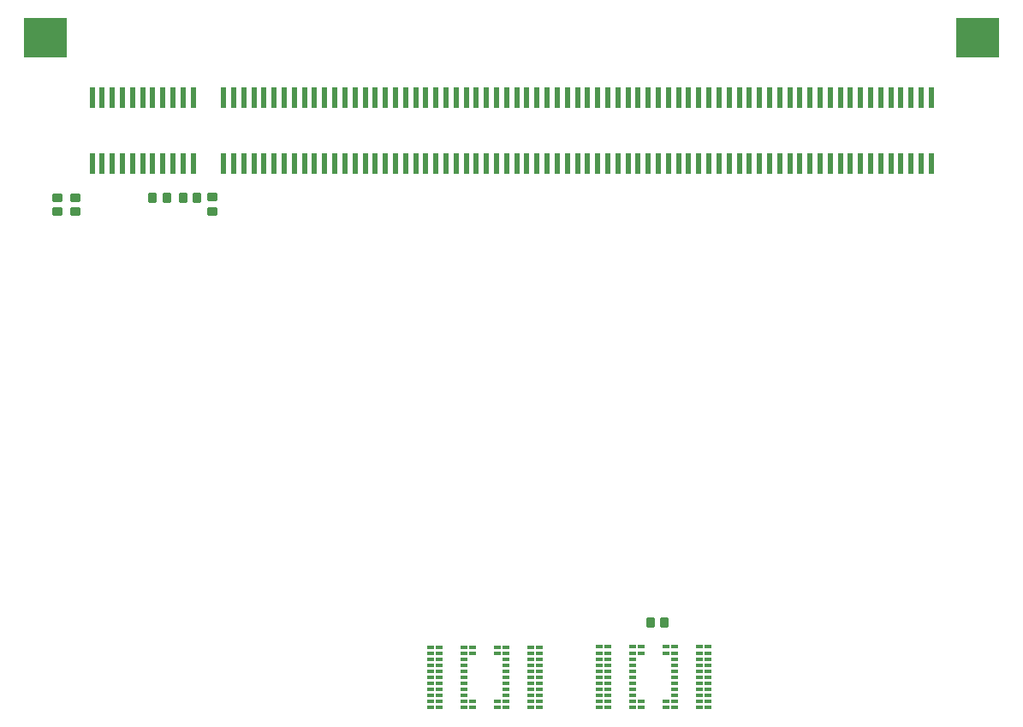
<source format=gbr>
%TF.GenerationSoftware,KiCad,Pcbnew,8.0.8*%
%TF.CreationDate,2025-08-06T16:05:48-04:00*%
%TF.ProjectId,pcie,70636965-2e6b-4696-9361-645f70636258,rev?*%
%TF.SameCoordinates,Original*%
%TF.FileFunction,Paste,Top*%
%TF.FilePolarity,Positive*%
%FSLAX46Y46*%
G04 Gerber Fmt 4.6, Leading zero omitted, Abs format (unit mm)*
G04 Created by KiCad (PCBNEW 8.0.8) date 2025-08-06 16:05:48*
%MOMM*%
%LPD*%
G01*
G04 APERTURE LIST*
G04 Aperture macros list*
%AMRoundRect*
0 Rectangle with rounded corners*
0 $1 Rounding radius*
0 $2 $3 $4 $5 $6 $7 $8 $9 X,Y pos of 4 corners*
0 Add a 4 corners polygon primitive as box body*
4,1,4,$2,$3,$4,$5,$6,$7,$8,$9,$2,$3,0*
0 Add four circle primitives for the rounded corners*
1,1,$1+$1,$2,$3*
1,1,$1+$1,$4,$5*
1,1,$1+$1,$6,$7*
1,1,$1+$1,$8,$9*
0 Add four rect primitives between the rounded corners*
20,1,$1+$1,$2,$3,$4,$5,0*
20,1,$1+$1,$4,$5,$6,$7,0*
20,1,$1+$1,$6,$7,$8,$9,0*
20,1,$1+$1,$8,$9,$2,$3,0*%
G04 Aperture macros list end*
%ADD10R,0.550000X2.000000*%
%ADD11R,4.200000X4.000000*%
%ADD12RoundRect,0.200000X-0.350000X0.200000X-0.350000X-0.200000X0.350000X-0.200000X0.350000X0.200000X0*%
%ADD13RoundRect,0.200000X-0.200000X-0.350000X0.200000X-0.350000X0.200000X0.350000X-0.200000X0.350000X0*%
%ADD14R,0.700000X0.400000*%
G04 APERTURE END LIST*
D10*
%TO.C,J2*%
X143800000Y-35600000D03*
X144800000Y-35600000D03*
X145800000Y-35600000D03*
X146800000Y-35600000D03*
X147800000Y-35600000D03*
X148800000Y-35600000D03*
X149800000Y-35600000D03*
X150800000Y-35600000D03*
X151800000Y-35600000D03*
X152800000Y-35600000D03*
X153800000Y-35600000D03*
X156800000Y-35600000D03*
X157800000Y-35600000D03*
X158800000Y-35600000D03*
X159800000Y-35600000D03*
X160800000Y-35600000D03*
X161800000Y-35600000D03*
X162800000Y-35600000D03*
X163800000Y-35600000D03*
X164800000Y-35600000D03*
X165800000Y-35600000D03*
X166800000Y-35600000D03*
X167800000Y-35600000D03*
X168800000Y-35600000D03*
X169800000Y-35600000D03*
X170800000Y-35600000D03*
X171800000Y-35600000D03*
X172800000Y-35600000D03*
X173800000Y-35600000D03*
X174800000Y-35600000D03*
X175800000Y-35600000D03*
X176800000Y-35600000D03*
X177800000Y-35600000D03*
X178800000Y-35600000D03*
X179800000Y-35600000D03*
X180800000Y-35600000D03*
X181800000Y-35600000D03*
X182800000Y-35600000D03*
X183800000Y-35600000D03*
X184800000Y-35600000D03*
X185800000Y-35600000D03*
X186800000Y-35600000D03*
X187800000Y-35600000D03*
X188800000Y-35600000D03*
X189800000Y-35600000D03*
X190800000Y-35600000D03*
X191800000Y-35600000D03*
X192800000Y-35600000D03*
X193800000Y-35600000D03*
X194800000Y-35600000D03*
X195800000Y-35600000D03*
X196800000Y-35600000D03*
X197800000Y-35600000D03*
X198800000Y-35600000D03*
X199800000Y-35600000D03*
X200800000Y-35600000D03*
X201800000Y-35600000D03*
X202800000Y-35600000D03*
X203800000Y-35600000D03*
X204800000Y-35600000D03*
X205800000Y-35600000D03*
X206800000Y-35600000D03*
X207800000Y-35600000D03*
X208800000Y-35600000D03*
X209800000Y-35600000D03*
X210800000Y-35600000D03*
X211800000Y-35600000D03*
X212800000Y-35600000D03*
X213800000Y-35600000D03*
X214800000Y-35600000D03*
X215800000Y-35600000D03*
X216800000Y-35600000D03*
X217800000Y-35600000D03*
X218800000Y-35600000D03*
X219800000Y-35600000D03*
X220800000Y-35600000D03*
X221800000Y-35600000D03*
X222800000Y-35600000D03*
X223800000Y-35600000D03*
X224800000Y-35600000D03*
X225800000Y-35600000D03*
X226800000Y-35600000D03*
X143800000Y-42100000D03*
X144800000Y-42100000D03*
X145800000Y-42100000D03*
X146800000Y-42100000D03*
X147800000Y-42100000D03*
X148800000Y-42100000D03*
X149800000Y-42100000D03*
X150800000Y-42100000D03*
X151800000Y-42100000D03*
X152800000Y-42100000D03*
X153800000Y-42100000D03*
X156800000Y-42100000D03*
X157800000Y-42100000D03*
X158800000Y-42100000D03*
X159800000Y-42100000D03*
X160800000Y-42100000D03*
X161800000Y-42100000D03*
X162800000Y-42100000D03*
X163800000Y-42100000D03*
X164800000Y-42100000D03*
X165800000Y-42100000D03*
X166800000Y-42100000D03*
X167800000Y-42100000D03*
X168800000Y-42100000D03*
X169800000Y-42100000D03*
X170800000Y-42100000D03*
X171800000Y-42100000D03*
X172800000Y-42100000D03*
X173800000Y-42100000D03*
X174800000Y-42100000D03*
X175800000Y-42100000D03*
X176800000Y-42100000D03*
X177800000Y-42100000D03*
X178800000Y-42100000D03*
X179800000Y-42100000D03*
X180800000Y-42100000D03*
X181800000Y-42100000D03*
X182800000Y-42100000D03*
X183800000Y-42100000D03*
X184800000Y-42100000D03*
X185800000Y-42100000D03*
X186800000Y-42100000D03*
X187800000Y-42100000D03*
X188800000Y-42100000D03*
X189800000Y-42100000D03*
X190800000Y-42100000D03*
X191800000Y-42100000D03*
X192800000Y-42100000D03*
X193800000Y-42100000D03*
X194800000Y-42100000D03*
X195800000Y-42100000D03*
X196800000Y-42100000D03*
X197800000Y-42100000D03*
X198800000Y-42100000D03*
X199800000Y-42100000D03*
X200800000Y-42100000D03*
X201800000Y-42100000D03*
X202800000Y-42100000D03*
X203800000Y-42100000D03*
X204800000Y-42100000D03*
X205800000Y-42100000D03*
X206800000Y-42100000D03*
X207800000Y-42100000D03*
X208800000Y-42100000D03*
X209800000Y-42100000D03*
X210800000Y-42100000D03*
X211800000Y-42100000D03*
X212800000Y-42100000D03*
X213800000Y-42100000D03*
X214800000Y-42100000D03*
X215800000Y-42100000D03*
X216800000Y-42100000D03*
X217800000Y-42100000D03*
X218800000Y-42100000D03*
X219800000Y-42100000D03*
X220800000Y-42100000D03*
X221800000Y-42100000D03*
X222800000Y-42100000D03*
X223800000Y-42100000D03*
X224800000Y-42100000D03*
X225800000Y-42100000D03*
X226800000Y-42100000D03*
D11*
X231400000Y-29600000D03*
X139200000Y-29600000D03*
%TD*%
D12*
%TO.C,R3*%
X142100000Y-45450000D03*
X142100000Y-46850000D03*
%TD*%
D13*
%TO.C,R7*%
X199000000Y-87500000D03*
X200400000Y-87500000D03*
%TD*%
%TO.C,R2*%
X152800000Y-45500000D03*
X154200000Y-45500000D03*
%TD*%
D12*
%TO.C,R5*%
X140350000Y-45450000D03*
X140350000Y-46850000D03*
%TD*%
D14*
%TO.C,J1*%
X193920000Y-95870000D03*
X194780000Y-95870000D03*
X197220000Y-95870000D03*
X198080000Y-95870000D03*
X200520000Y-95870000D03*
X201380000Y-95870000D03*
X203820000Y-95870000D03*
X204680000Y-95870000D03*
X193920000Y-95270000D03*
X194780000Y-95270000D03*
X197220000Y-95270000D03*
X198080000Y-95270000D03*
X200520000Y-95270000D03*
X201380000Y-95270000D03*
X203820000Y-95270000D03*
X204680000Y-95270000D03*
X193920000Y-94670000D03*
X194780000Y-94670000D03*
X197220000Y-94670000D03*
X201380000Y-94670000D03*
X203820000Y-94670000D03*
X204680000Y-94670000D03*
X193920000Y-94070000D03*
X194780000Y-94070000D03*
X197220000Y-94070000D03*
X201380000Y-94070000D03*
X203820000Y-94070000D03*
X204680000Y-94070000D03*
X193920000Y-93470000D03*
X194780000Y-93470000D03*
X197220000Y-93470000D03*
X201380000Y-93470000D03*
X203820000Y-93470000D03*
X204680000Y-93470000D03*
X193920000Y-92870000D03*
X194780000Y-92870000D03*
X197220000Y-92870000D03*
X201380000Y-92870000D03*
X203820000Y-92870000D03*
X204680000Y-92870000D03*
X193920000Y-92270000D03*
X194780000Y-92270000D03*
X197220000Y-92270000D03*
X201380000Y-92270000D03*
X203820000Y-92270000D03*
X204680000Y-92270000D03*
X193920000Y-91670000D03*
X194780000Y-91670000D03*
X197220000Y-91670000D03*
X201380000Y-91670000D03*
X203820000Y-91670000D03*
X204680000Y-91670000D03*
X193920000Y-91070000D03*
X194780000Y-91070000D03*
X197220000Y-91070000D03*
X201380000Y-91070000D03*
X203820000Y-91070000D03*
X204680000Y-91070000D03*
X193920000Y-90470000D03*
X194780000Y-90470000D03*
X197220000Y-90470000D03*
X198080000Y-90470000D03*
X200520000Y-90470000D03*
X201380000Y-90470000D03*
X203820000Y-90470000D03*
X204680000Y-90470000D03*
X193920000Y-89870000D03*
X194780000Y-89870000D03*
X197220000Y-89870000D03*
X198080000Y-89870000D03*
X200520000Y-89870000D03*
X201380000Y-89870000D03*
X203820000Y-89870000D03*
X204680000Y-89870000D03*
X177260000Y-95880000D03*
X178120000Y-95880000D03*
X180560000Y-95880000D03*
X181420000Y-95880000D03*
X183860000Y-95880000D03*
X184720000Y-95880000D03*
X187160000Y-95880000D03*
X188020000Y-95880000D03*
X177260000Y-95280000D03*
X178120000Y-95280000D03*
X180560000Y-95280000D03*
X181420000Y-95280000D03*
X183860000Y-95280000D03*
X184720000Y-95280000D03*
X187160000Y-95280000D03*
X188020000Y-95280000D03*
X177260000Y-94680000D03*
X178120000Y-94680000D03*
X180560000Y-94680000D03*
X184720000Y-94680000D03*
X187160000Y-94680000D03*
X188020000Y-94680000D03*
X177260000Y-94080000D03*
X178120000Y-94080000D03*
X180560000Y-94080000D03*
X184720000Y-94080000D03*
X187160000Y-94080000D03*
X188020000Y-94080000D03*
X177260000Y-93480000D03*
X178120000Y-93480000D03*
X180560000Y-93480000D03*
X184720000Y-93480000D03*
X187160000Y-93480000D03*
X188020000Y-93480000D03*
X177260000Y-92880000D03*
X178120000Y-92880000D03*
X180560000Y-92880000D03*
X184720000Y-92880000D03*
X187160000Y-92880000D03*
X188020000Y-92880000D03*
X177260000Y-92280000D03*
X178120000Y-92280000D03*
X180560000Y-92280000D03*
X184720000Y-92280000D03*
X187160000Y-92280000D03*
X188020000Y-92280000D03*
X177260000Y-91680000D03*
X178120000Y-91680000D03*
X180560000Y-91680000D03*
X184720000Y-91680000D03*
X187160000Y-91680000D03*
X188020000Y-91680000D03*
X177260000Y-91080000D03*
X178120000Y-91080000D03*
X180560000Y-91080000D03*
X184720000Y-91080000D03*
X187160000Y-91080000D03*
X188020000Y-91080000D03*
X177260000Y-90480000D03*
X178120000Y-90480000D03*
X180560000Y-90480000D03*
X181420000Y-90480000D03*
X183860000Y-90480000D03*
X184720000Y-90480000D03*
X187160000Y-90480000D03*
X188020000Y-90480000D03*
X177260000Y-89880000D03*
X178120000Y-89880000D03*
X180560000Y-89880000D03*
X181420000Y-89880000D03*
X183860000Y-89880000D03*
X184720000Y-89880000D03*
X187160000Y-89880000D03*
X188020000Y-89880000D03*
%TD*%
D13*
%TO.C,R1*%
X149800000Y-45500000D03*
X151200000Y-45500000D03*
%TD*%
D12*
%TO.C,R4*%
X155700000Y-45400000D03*
X155700000Y-46800000D03*
%TD*%
M02*

</source>
